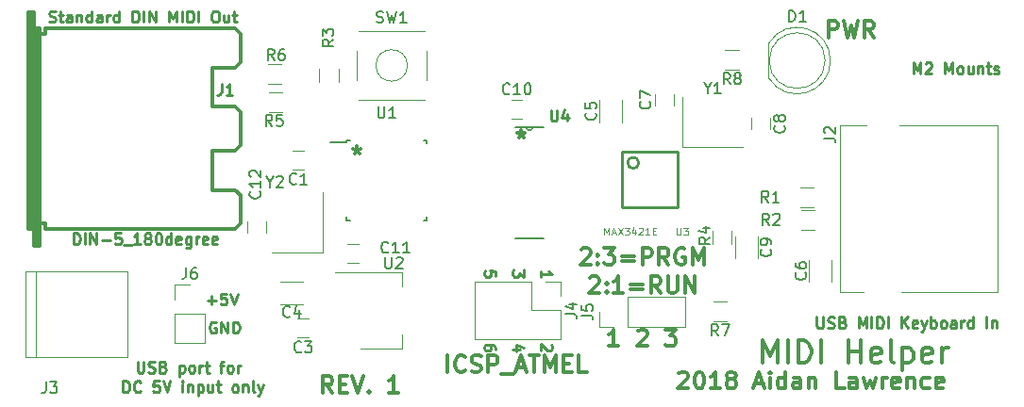
<source format=gbr>
%TF.GenerationSoftware,KiCad,Pcbnew,(5.0.0)*%
%TF.CreationDate,2018-10-21T12:48:55-07:00*%
%TF.ProjectId,USB_Host_Midi_Adapter,5553425F486F73745F4D6964695F4164,rev?*%
%TF.SameCoordinates,Original*%
%TF.FileFunction,Legend,Top*%
%TF.FilePolarity,Positive*%
%FSLAX46Y46*%
G04 Gerber Fmt 4.6, Leading zero omitted, Abs format (unit mm)*
G04 Created by KiCad (PCBNEW (5.0.0)) date 10/21/18 12:48:55*
%MOMM*%
%LPD*%
G01*
G04 APERTURE LIST*
%ADD10C,0.250000*%
%ADD11C,0.300000*%
%ADD12C,0.120000*%
%ADD13C,0.304800*%
%ADD14C,0.150000*%
%ADD15C,0.254000*%
%ADD16C,0.152400*%
%ADD17C,0.050000*%
G04 APERTURE END LIST*
D10*
X149034595Y-99830000D02*
X148939357Y-99782380D01*
X148796500Y-99782380D01*
X148653642Y-99830000D01*
X148558404Y-99925238D01*
X148510785Y-100020476D01*
X148463166Y-100210952D01*
X148463166Y-100353809D01*
X148510785Y-100544285D01*
X148558404Y-100639523D01*
X148653642Y-100734761D01*
X148796500Y-100782380D01*
X148891738Y-100782380D01*
X149034595Y-100734761D01*
X149082214Y-100687142D01*
X149082214Y-100353809D01*
X148891738Y-100353809D01*
X149510785Y-100782380D02*
X149510785Y-99782380D01*
X150082214Y-100782380D01*
X150082214Y-99782380D01*
X150558404Y-100782380D02*
X150558404Y-99782380D01*
X150796500Y-99782380D01*
X150939357Y-99830000D01*
X151034595Y-99925238D01*
X151082214Y-100020476D01*
X151129833Y-100210952D01*
X151129833Y-100353809D01*
X151082214Y-100544285D01*
X151034595Y-100639523D01*
X150939357Y-100734761D01*
X150796500Y-100782380D01*
X150558404Y-100782380D01*
X148256785Y-97861428D02*
X149018690Y-97861428D01*
X148637738Y-98242380D02*
X148637738Y-97480476D01*
X149971071Y-97242380D02*
X149494880Y-97242380D01*
X149447261Y-97718571D01*
X149494880Y-97670952D01*
X149590119Y-97623333D01*
X149828214Y-97623333D01*
X149923452Y-97670952D01*
X149971071Y-97718571D01*
X150018690Y-97813809D01*
X150018690Y-98051904D01*
X149971071Y-98147142D01*
X149923452Y-98194761D01*
X149828214Y-98242380D01*
X149590119Y-98242380D01*
X149494880Y-98194761D01*
X149447261Y-98147142D01*
X150304404Y-97242380D02*
X150637738Y-98242380D01*
X150971071Y-97242380D01*
D11*
X159488500Y-106152071D02*
X158988500Y-105437785D01*
X158631357Y-106152071D02*
X158631357Y-104652071D01*
X159202785Y-104652071D01*
X159345642Y-104723500D01*
X159417071Y-104794928D01*
X159488500Y-104937785D01*
X159488500Y-105152071D01*
X159417071Y-105294928D01*
X159345642Y-105366357D01*
X159202785Y-105437785D01*
X158631357Y-105437785D01*
X160131357Y-105366357D02*
X160631357Y-105366357D01*
X160845642Y-106152071D02*
X160131357Y-106152071D01*
X160131357Y-104652071D01*
X160845642Y-104652071D01*
X161274214Y-104652071D02*
X161774214Y-106152071D01*
X162274214Y-104652071D01*
X162774214Y-106009214D02*
X162845642Y-106080642D01*
X162774214Y-106152071D01*
X162702785Y-106080642D01*
X162774214Y-106009214D01*
X162774214Y-106152071D01*
X165417071Y-106152071D02*
X164559928Y-106152071D01*
X164988500Y-106152071D02*
X164988500Y-104652071D01*
X164845642Y-104866357D01*
X164702785Y-105009214D01*
X164559928Y-105080642D01*
X190545142Y-104413928D02*
X190616571Y-104342500D01*
X190759428Y-104271071D01*
X191116571Y-104271071D01*
X191259428Y-104342500D01*
X191330857Y-104413928D01*
X191402285Y-104556785D01*
X191402285Y-104699642D01*
X191330857Y-104913928D01*
X190473714Y-105771071D01*
X191402285Y-105771071D01*
X192330857Y-104271071D02*
X192473714Y-104271071D01*
X192616571Y-104342500D01*
X192688000Y-104413928D01*
X192759428Y-104556785D01*
X192830857Y-104842500D01*
X192830857Y-105199642D01*
X192759428Y-105485357D01*
X192688000Y-105628214D01*
X192616571Y-105699642D01*
X192473714Y-105771071D01*
X192330857Y-105771071D01*
X192188000Y-105699642D01*
X192116571Y-105628214D01*
X192045142Y-105485357D01*
X191973714Y-105199642D01*
X191973714Y-104842500D01*
X192045142Y-104556785D01*
X192116571Y-104413928D01*
X192188000Y-104342500D01*
X192330857Y-104271071D01*
X194259428Y-105771071D02*
X193402285Y-105771071D01*
X193830857Y-105771071D02*
X193830857Y-104271071D01*
X193688000Y-104485357D01*
X193545142Y-104628214D01*
X193402285Y-104699642D01*
X195116571Y-104913928D02*
X194973714Y-104842500D01*
X194902285Y-104771071D01*
X194830857Y-104628214D01*
X194830857Y-104556785D01*
X194902285Y-104413928D01*
X194973714Y-104342500D01*
X195116571Y-104271071D01*
X195402285Y-104271071D01*
X195545142Y-104342500D01*
X195616571Y-104413928D01*
X195688000Y-104556785D01*
X195688000Y-104628214D01*
X195616571Y-104771071D01*
X195545142Y-104842500D01*
X195402285Y-104913928D01*
X195116571Y-104913928D01*
X194973714Y-104985357D01*
X194902285Y-105056785D01*
X194830857Y-105199642D01*
X194830857Y-105485357D01*
X194902285Y-105628214D01*
X194973714Y-105699642D01*
X195116571Y-105771071D01*
X195402285Y-105771071D01*
X195545142Y-105699642D01*
X195616571Y-105628214D01*
X195688000Y-105485357D01*
X195688000Y-105199642D01*
X195616571Y-105056785D01*
X195545142Y-104985357D01*
X195402285Y-104913928D01*
X197402285Y-105342500D02*
X198116571Y-105342500D01*
X197259428Y-105771071D02*
X197759428Y-104271071D01*
X198259428Y-105771071D01*
X198759428Y-105771071D02*
X198759428Y-104771071D01*
X198759428Y-104271071D02*
X198688000Y-104342500D01*
X198759428Y-104413928D01*
X198830857Y-104342500D01*
X198759428Y-104271071D01*
X198759428Y-104413928D01*
X200116571Y-105771071D02*
X200116571Y-104271071D01*
X200116571Y-105699642D02*
X199973714Y-105771071D01*
X199688000Y-105771071D01*
X199545142Y-105699642D01*
X199473714Y-105628214D01*
X199402285Y-105485357D01*
X199402285Y-105056785D01*
X199473714Y-104913928D01*
X199545142Y-104842500D01*
X199688000Y-104771071D01*
X199973714Y-104771071D01*
X200116571Y-104842500D01*
X201473714Y-105771071D02*
X201473714Y-104985357D01*
X201402285Y-104842500D01*
X201259428Y-104771071D01*
X200973714Y-104771071D01*
X200830857Y-104842500D01*
X201473714Y-105699642D02*
X201330857Y-105771071D01*
X200973714Y-105771071D01*
X200830857Y-105699642D01*
X200759428Y-105556785D01*
X200759428Y-105413928D01*
X200830857Y-105271071D01*
X200973714Y-105199642D01*
X201330857Y-105199642D01*
X201473714Y-105128214D01*
X202188000Y-104771071D02*
X202188000Y-105771071D01*
X202188000Y-104913928D02*
X202259428Y-104842500D01*
X202402285Y-104771071D01*
X202616571Y-104771071D01*
X202759428Y-104842500D01*
X202830857Y-104985357D01*
X202830857Y-105771071D01*
X205402285Y-105771071D02*
X204688000Y-105771071D01*
X204688000Y-104271071D01*
X206545142Y-105771071D02*
X206545142Y-104985357D01*
X206473714Y-104842500D01*
X206330857Y-104771071D01*
X206045142Y-104771071D01*
X205902285Y-104842500D01*
X206545142Y-105699642D02*
X206402285Y-105771071D01*
X206045142Y-105771071D01*
X205902285Y-105699642D01*
X205830857Y-105556785D01*
X205830857Y-105413928D01*
X205902285Y-105271071D01*
X206045142Y-105199642D01*
X206402285Y-105199642D01*
X206545142Y-105128214D01*
X207116571Y-104771071D02*
X207402285Y-105771071D01*
X207688000Y-105056785D01*
X207973714Y-105771071D01*
X208259428Y-104771071D01*
X208830857Y-105771071D02*
X208830857Y-104771071D01*
X208830857Y-105056785D02*
X208902285Y-104913928D01*
X208973714Y-104842500D01*
X209116571Y-104771071D01*
X209259428Y-104771071D01*
X210330857Y-105699642D02*
X210188000Y-105771071D01*
X209902285Y-105771071D01*
X209759428Y-105699642D01*
X209688000Y-105556785D01*
X209688000Y-104985357D01*
X209759428Y-104842500D01*
X209902285Y-104771071D01*
X210188000Y-104771071D01*
X210330857Y-104842500D01*
X210402285Y-104985357D01*
X210402285Y-105128214D01*
X209688000Y-105271071D01*
X211045142Y-104771071D02*
X211045142Y-105771071D01*
X211045142Y-104913928D02*
X211116571Y-104842500D01*
X211259428Y-104771071D01*
X211473714Y-104771071D01*
X211616571Y-104842500D01*
X211688000Y-104985357D01*
X211688000Y-105771071D01*
X213045142Y-105699642D02*
X212902285Y-105771071D01*
X212616571Y-105771071D01*
X212473714Y-105699642D01*
X212402285Y-105628214D01*
X212330857Y-105485357D01*
X212330857Y-105056785D01*
X212402285Y-104913928D01*
X212473714Y-104842500D01*
X212616571Y-104771071D01*
X212902285Y-104771071D01*
X213045142Y-104842500D01*
X214259428Y-105699642D02*
X214116571Y-105771071D01*
X213830857Y-105771071D01*
X213688000Y-105699642D01*
X213616571Y-105556785D01*
X213616571Y-104985357D01*
X213688000Y-104842500D01*
X213830857Y-104771071D01*
X214116571Y-104771071D01*
X214259428Y-104842500D01*
X214330857Y-104985357D01*
X214330857Y-105128214D01*
X213616571Y-105271071D01*
X198057523Y-103457261D02*
X198057523Y-101457261D01*
X198724190Y-102885833D01*
X199390857Y-101457261D01*
X199390857Y-103457261D01*
X200343238Y-103457261D02*
X200343238Y-101457261D01*
X201295619Y-103457261D02*
X201295619Y-101457261D01*
X201771809Y-101457261D01*
X202057523Y-101552500D01*
X202248000Y-101742976D01*
X202343238Y-101933452D01*
X202438476Y-102314404D01*
X202438476Y-102600119D01*
X202343238Y-102981071D01*
X202248000Y-103171547D01*
X202057523Y-103362023D01*
X201771809Y-103457261D01*
X201295619Y-103457261D01*
X203295619Y-103457261D02*
X203295619Y-101457261D01*
X205771809Y-103457261D02*
X205771809Y-101457261D01*
X205771809Y-102409642D02*
X206914666Y-102409642D01*
X206914666Y-103457261D02*
X206914666Y-101457261D01*
X208628952Y-103362023D02*
X208438476Y-103457261D01*
X208057523Y-103457261D01*
X207867047Y-103362023D01*
X207771809Y-103171547D01*
X207771809Y-102409642D01*
X207867047Y-102219166D01*
X208057523Y-102123928D01*
X208438476Y-102123928D01*
X208628952Y-102219166D01*
X208724190Y-102409642D01*
X208724190Y-102600119D01*
X207771809Y-102790595D01*
X209867047Y-103457261D02*
X209676571Y-103362023D01*
X209581333Y-103171547D01*
X209581333Y-101457261D01*
X210628952Y-102123928D02*
X210628952Y-104123928D01*
X210628952Y-102219166D02*
X210819428Y-102123928D01*
X211200380Y-102123928D01*
X211390857Y-102219166D01*
X211486095Y-102314404D01*
X211581333Y-102504880D01*
X211581333Y-103076309D01*
X211486095Y-103266785D01*
X211390857Y-103362023D01*
X211200380Y-103457261D01*
X210819428Y-103457261D01*
X210628952Y-103362023D01*
X213200380Y-103362023D02*
X213009904Y-103457261D01*
X212628952Y-103457261D01*
X212438476Y-103362023D01*
X212343238Y-103171547D01*
X212343238Y-102409642D01*
X212438476Y-102219166D01*
X212628952Y-102123928D01*
X213009904Y-102123928D01*
X213200380Y-102219166D01*
X213295619Y-102409642D01*
X213295619Y-102600119D01*
X212343238Y-102790595D01*
X214152761Y-103457261D02*
X214152761Y-102123928D01*
X214152761Y-102504880D02*
X214248000Y-102314404D01*
X214343238Y-102219166D01*
X214533714Y-102123928D01*
X214724190Y-102123928D01*
X203994000Y-74211571D02*
X203994000Y-72711571D01*
X204565428Y-72711571D01*
X204708285Y-72783000D01*
X204779714Y-72854428D01*
X204851142Y-72997285D01*
X204851142Y-73211571D01*
X204779714Y-73354428D01*
X204708285Y-73425857D01*
X204565428Y-73497285D01*
X203994000Y-73497285D01*
X205351142Y-72711571D02*
X205708285Y-74211571D01*
X205994000Y-73140142D01*
X206279714Y-74211571D01*
X206636857Y-72711571D01*
X208065428Y-74211571D02*
X207565428Y-73497285D01*
X207208285Y-74211571D02*
X207208285Y-72711571D01*
X207779714Y-72711571D01*
X207922571Y-72783000D01*
X207994000Y-72854428D01*
X208065428Y-72997285D01*
X208065428Y-73211571D01*
X207994000Y-73354428D01*
X207922571Y-73425857D01*
X207779714Y-73497285D01*
X207208285Y-73497285D01*
D10*
X134073357Y-72794761D02*
X134216214Y-72842380D01*
X134454309Y-72842380D01*
X134549547Y-72794761D01*
X134597166Y-72747142D01*
X134644785Y-72651904D01*
X134644785Y-72556666D01*
X134597166Y-72461428D01*
X134549547Y-72413809D01*
X134454309Y-72366190D01*
X134263833Y-72318571D01*
X134168595Y-72270952D01*
X134120976Y-72223333D01*
X134073357Y-72128095D01*
X134073357Y-72032857D01*
X134120976Y-71937619D01*
X134168595Y-71890000D01*
X134263833Y-71842380D01*
X134501928Y-71842380D01*
X134644785Y-71890000D01*
X134930500Y-72175714D02*
X135311452Y-72175714D01*
X135073357Y-71842380D02*
X135073357Y-72699523D01*
X135120976Y-72794761D01*
X135216214Y-72842380D01*
X135311452Y-72842380D01*
X136073357Y-72842380D02*
X136073357Y-72318571D01*
X136025738Y-72223333D01*
X135930500Y-72175714D01*
X135740023Y-72175714D01*
X135644785Y-72223333D01*
X136073357Y-72794761D02*
X135978119Y-72842380D01*
X135740023Y-72842380D01*
X135644785Y-72794761D01*
X135597166Y-72699523D01*
X135597166Y-72604285D01*
X135644785Y-72509047D01*
X135740023Y-72461428D01*
X135978119Y-72461428D01*
X136073357Y-72413809D01*
X136549547Y-72175714D02*
X136549547Y-72842380D01*
X136549547Y-72270952D02*
X136597166Y-72223333D01*
X136692404Y-72175714D01*
X136835261Y-72175714D01*
X136930500Y-72223333D01*
X136978119Y-72318571D01*
X136978119Y-72842380D01*
X137882880Y-72842380D02*
X137882880Y-71842380D01*
X137882880Y-72794761D02*
X137787642Y-72842380D01*
X137597166Y-72842380D01*
X137501928Y-72794761D01*
X137454309Y-72747142D01*
X137406690Y-72651904D01*
X137406690Y-72366190D01*
X137454309Y-72270952D01*
X137501928Y-72223333D01*
X137597166Y-72175714D01*
X137787642Y-72175714D01*
X137882880Y-72223333D01*
X138787642Y-72842380D02*
X138787642Y-72318571D01*
X138740023Y-72223333D01*
X138644785Y-72175714D01*
X138454309Y-72175714D01*
X138359071Y-72223333D01*
X138787642Y-72794761D02*
X138692404Y-72842380D01*
X138454309Y-72842380D01*
X138359071Y-72794761D01*
X138311452Y-72699523D01*
X138311452Y-72604285D01*
X138359071Y-72509047D01*
X138454309Y-72461428D01*
X138692404Y-72461428D01*
X138787642Y-72413809D01*
X139263833Y-72842380D02*
X139263833Y-72175714D01*
X139263833Y-72366190D02*
X139311452Y-72270952D01*
X139359071Y-72223333D01*
X139454309Y-72175714D01*
X139549547Y-72175714D01*
X140311452Y-72842380D02*
X140311452Y-71842380D01*
X140311452Y-72794761D02*
X140216214Y-72842380D01*
X140025738Y-72842380D01*
X139930500Y-72794761D01*
X139882880Y-72747142D01*
X139835261Y-72651904D01*
X139835261Y-72366190D01*
X139882880Y-72270952D01*
X139930500Y-72223333D01*
X140025738Y-72175714D01*
X140216214Y-72175714D01*
X140311452Y-72223333D01*
X141549547Y-72842380D02*
X141549547Y-71842380D01*
X141787642Y-71842380D01*
X141930500Y-71890000D01*
X142025738Y-71985238D01*
X142073357Y-72080476D01*
X142120976Y-72270952D01*
X142120976Y-72413809D01*
X142073357Y-72604285D01*
X142025738Y-72699523D01*
X141930500Y-72794761D01*
X141787642Y-72842380D01*
X141549547Y-72842380D01*
X142549547Y-72842380D02*
X142549547Y-71842380D01*
X143025738Y-72842380D02*
X143025738Y-71842380D01*
X143597166Y-72842380D01*
X143597166Y-71842380D01*
X144835261Y-72842380D02*
X144835261Y-71842380D01*
X145168595Y-72556666D01*
X145501928Y-71842380D01*
X145501928Y-72842380D01*
X145978119Y-72842380D02*
X145978119Y-71842380D01*
X146454309Y-72842380D02*
X146454309Y-71842380D01*
X146692404Y-71842380D01*
X146835261Y-71890000D01*
X146930500Y-71985238D01*
X146978119Y-72080476D01*
X147025738Y-72270952D01*
X147025738Y-72413809D01*
X146978119Y-72604285D01*
X146930500Y-72699523D01*
X146835261Y-72794761D01*
X146692404Y-72842380D01*
X146454309Y-72842380D01*
X147454309Y-72842380D02*
X147454309Y-71842380D01*
X148882880Y-71842380D02*
X149073357Y-71842380D01*
X149168595Y-71890000D01*
X149263833Y-71985238D01*
X149311452Y-72175714D01*
X149311452Y-72509047D01*
X149263833Y-72699523D01*
X149168595Y-72794761D01*
X149073357Y-72842380D01*
X148882880Y-72842380D01*
X148787642Y-72794761D01*
X148692404Y-72699523D01*
X148644785Y-72509047D01*
X148644785Y-72175714D01*
X148692404Y-71985238D01*
X148787642Y-71890000D01*
X148882880Y-71842380D01*
X150168595Y-72175714D02*
X150168595Y-72842380D01*
X149740023Y-72175714D02*
X149740023Y-72699523D01*
X149787642Y-72794761D01*
X149882880Y-72842380D01*
X150025738Y-72842380D01*
X150120976Y-72794761D01*
X150168595Y-72747142D01*
X150501928Y-72175714D02*
X150882880Y-72175714D01*
X150644785Y-71842380D02*
X150644785Y-72699523D01*
X150692404Y-72794761D01*
X150787642Y-72842380D01*
X150882880Y-72842380D01*
X202939071Y-99337880D02*
X202939071Y-100147404D01*
X202986690Y-100242642D01*
X203034309Y-100290261D01*
X203129547Y-100337880D01*
X203320023Y-100337880D01*
X203415261Y-100290261D01*
X203462880Y-100242642D01*
X203510500Y-100147404D01*
X203510500Y-99337880D01*
X203939071Y-100290261D02*
X204081928Y-100337880D01*
X204320023Y-100337880D01*
X204415261Y-100290261D01*
X204462880Y-100242642D01*
X204510500Y-100147404D01*
X204510500Y-100052166D01*
X204462880Y-99956928D01*
X204415261Y-99909309D01*
X204320023Y-99861690D01*
X204129547Y-99814071D01*
X204034309Y-99766452D01*
X203986690Y-99718833D01*
X203939071Y-99623595D01*
X203939071Y-99528357D01*
X203986690Y-99433119D01*
X204034309Y-99385500D01*
X204129547Y-99337880D01*
X204367642Y-99337880D01*
X204510500Y-99385500D01*
X205272404Y-99814071D02*
X205415261Y-99861690D01*
X205462880Y-99909309D01*
X205510500Y-100004547D01*
X205510500Y-100147404D01*
X205462880Y-100242642D01*
X205415261Y-100290261D01*
X205320023Y-100337880D01*
X204939071Y-100337880D01*
X204939071Y-99337880D01*
X205272404Y-99337880D01*
X205367642Y-99385500D01*
X205415261Y-99433119D01*
X205462880Y-99528357D01*
X205462880Y-99623595D01*
X205415261Y-99718833D01*
X205367642Y-99766452D01*
X205272404Y-99814071D01*
X204939071Y-99814071D01*
X206700976Y-100337880D02*
X206700976Y-99337880D01*
X207034309Y-100052166D01*
X207367642Y-99337880D01*
X207367642Y-100337880D01*
X207843833Y-100337880D02*
X207843833Y-99337880D01*
X208320023Y-100337880D02*
X208320023Y-99337880D01*
X208558119Y-99337880D01*
X208700976Y-99385500D01*
X208796214Y-99480738D01*
X208843833Y-99575976D01*
X208891452Y-99766452D01*
X208891452Y-99909309D01*
X208843833Y-100099785D01*
X208796214Y-100195023D01*
X208700976Y-100290261D01*
X208558119Y-100337880D01*
X208320023Y-100337880D01*
X209320023Y-100337880D02*
X209320023Y-99337880D01*
X210558119Y-100337880D02*
X210558119Y-99337880D01*
X211129547Y-100337880D02*
X210700976Y-99766452D01*
X211129547Y-99337880D02*
X210558119Y-99909309D01*
X211939071Y-100290261D02*
X211843833Y-100337880D01*
X211653357Y-100337880D01*
X211558119Y-100290261D01*
X211510500Y-100195023D01*
X211510500Y-99814071D01*
X211558119Y-99718833D01*
X211653357Y-99671214D01*
X211843833Y-99671214D01*
X211939071Y-99718833D01*
X211986690Y-99814071D01*
X211986690Y-99909309D01*
X211510500Y-100004547D01*
X212320023Y-99671214D02*
X212558119Y-100337880D01*
X212796214Y-99671214D02*
X212558119Y-100337880D01*
X212462880Y-100575976D01*
X212415261Y-100623595D01*
X212320023Y-100671214D01*
X213177166Y-100337880D02*
X213177166Y-99337880D01*
X213177166Y-99718833D02*
X213272404Y-99671214D01*
X213462880Y-99671214D01*
X213558119Y-99718833D01*
X213605738Y-99766452D01*
X213653357Y-99861690D01*
X213653357Y-100147404D01*
X213605738Y-100242642D01*
X213558119Y-100290261D01*
X213462880Y-100337880D01*
X213272404Y-100337880D01*
X213177166Y-100290261D01*
X214224785Y-100337880D02*
X214129547Y-100290261D01*
X214081928Y-100242642D01*
X214034309Y-100147404D01*
X214034309Y-99861690D01*
X214081928Y-99766452D01*
X214129547Y-99718833D01*
X214224785Y-99671214D01*
X214367642Y-99671214D01*
X214462880Y-99718833D01*
X214510500Y-99766452D01*
X214558119Y-99861690D01*
X214558119Y-100147404D01*
X214510500Y-100242642D01*
X214462880Y-100290261D01*
X214367642Y-100337880D01*
X214224785Y-100337880D01*
X215415261Y-100337880D02*
X215415261Y-99814071D01*
X215367642Y-99718833D01*
X215272404Y-99671214D01*
X215081928Y-99671214D01*
X214986690Y-99718833D01*
X215415261Y-100290261D02*
X215320023Y-100337880D01*
X215081928Y-100337880D01*
X214986690Y-100290261D01*
X214939071Y-100195023D01*
X214939071Y-100099785D01*
X214986690Y-100004547D01*
X215081928Y-99956928D01*
X215320023Y-99956928D01*
X215415261Y-99909309D01*
X215891452Y-100337880D02*
X215891452Y-99671214D01*
X215891452Y-99861690D02*
X215939071Y-99766452D01*
X215986690Y-99718833D01*
X216081928Y-99671214D01*
X216177166Y-99671214D01*
X216939071Y-100337880D02*
X216939071Y-99337880D01*
X216939071Y-100290261D02*
X216843833Y-100337880D01*
X216653357Y-100337880D01*
X216558119Y-100290261D01*
X216510500Y-100242642D01*
X216462880Y-100147404D01*
X216462880Y-99861690D01*
X216510500Y-99766452D01*
X216558119Y-99718833D01*
X216653357Y-99671214D01*
X216843833Y-99671214D01*
X216939071Y-99718833D01*
X218177166Y-100337880D02*
X218177166Y-99337880D01*
X218653357Y-99671214D02*
X218653357Y-100337880D01*
X218653357Y-99766452D02*
X218700976Y-99718833D01*
X218796214Y-99671214D01*
X218939071Y-99671214D01*
X219034309Y-99718833D01*
X219081928Y-99814071D01*
X219081928Y-100337880D01*
X141986619Y-103352380D02*
X141986619Y-104161904D01*
X142034238Y-104257142D01*
X142081857Y-104304761D01*
X142177095Y-104352380D01*
X142367571Y-104352380D01*
X142462809Y-104304761D01*
X142510428Y-104257142D01*
X142558047Y-104161904D01*
X142558047Y-103352380D01*
X142986619Y-104304761D02*
X143129476Y-104352380D01*
X143367571Y-104352380D01*
X143462809Y-104304761D01*
X143510428Y-104257142D01*
X143558047Y-104161904D01*
X143558047Y-104066666D01*
X143510428Y-103971428D01*
X143462809Y-103923809D01*
X143367571Y-103876190D01*
X143177095Y-103828571D01*
X143081857Y-103780952D01*
X143034238Y-103733333D01*
X142986619Y-103638095D01*
X142986619Y-103542857D01*
X143034238Y-103447619D01*
X143081857Y-103400000D01*
X143177095Y-103352380D01*
X143415190Y-103352380D01*
X143558047Y-103400000D01*
X144319952Y-103828571D02*
X144462809Y-103876190D01*
X144510428Y-103923809D01*
X144558047Y-104019047D01*
X144558047Y-104161904D01*
X144510428Y-104257142D01*
X144462809Y-104304761D01*
X144367571Y-104352380D01*
X143986619Y-104352380D01*
X143986619Y-103352380D01*
X144319952Y-103352380D01*
X144415190Y-103400000D01*
X144462809Y-103447619D01*
X144510428Y-103542857D01*
X144510428Y-103638095D01*
X144462809Y-103733333D01*
X144415190Y-103780952D01*
X144319952Y-103828571D01*
X143986619Y-103828571D01*
X145748523Y-103685714D02*
X145748523Y-104685714D01*
X145748523Y-103733333D02*
X145843761Y-103685714D01*
X146034238Y-103685714D01*
X146129476Y-103733333D01*
X146177095Y-103780952D01*
X146224714Y-103876190D01*
X146224714Y-104161904D01*
X146177095Y-104257142D01*
X146129476Y-104304761D01*
X146034238Y-104352380D01*
X145843761Y-104352380D01*
X145748523Y-104304761D01*
X146796142Y-104352380D02*
X146700904Y-104304761D01*
X146653285Y-104257142D01*
X146605666Y-104161904D01*
X146605666Y-103876190D01*
X146653285Y-103780952D01*
X146700904Y-103733333D01*
X146796142Y-103685714D01*
X146939000Y-103685714D01*
X147034238Y-103733333D01*
X147081857Y-103780952D01*
X147129476Y-103876190D01*
X147129476Y-104161904D01*
X147081857Y-104257142D01*
X147034238Y-104304761D01*
X146939000Y-104352380D01*
X146796142Y-104352380D01*
X147558047Y-104352380D02*
X147558047Y-103685714D01*
X147558047Y-103876190D02*
X147605666Y-103780952D01*
X147653285Y-103733333D01*
X147748523Y-103685714D01*
X147843761Y-103685714D01*
X148034238Y-103685714D02*
X148415190Y-103685714D01*
X148177095Y-103352380D02*
X148177095Y-104209523D01*
X148224714Y-104304761D01*
X148319952Y-104352380D01*
X148415190Y-104352380D01*
X149367571Y-103685714D02*
X149748523Y-103685714D01*
X149510428Y-104352380D02*
X149510428Y-103495238D01*
X149558047Y-103400000D01*
X149653285Y-103352380D01*
X149748523Y-103352380D01*
X150224714Y-104352380D02*
X150129476Y-104304761D01*
X150081857Y-104257142D01*
X150034238Y-104161904D01*
X150034238Y-103876190D01*
X150081857Y-103780952D01*
X150129476Y-103733333D01*
X150224714Y-103685714D01*
X150367571Y-103685714D01*
X150462809Y-103733333D01*
X150510428Y-103780952D01*
X150558047Y-103876190D01*
X150558047Y-104161904D01*
X150510428Y-104257142D01*
X150462809Y-104304761D01*
X150367571Y-104352380D01*
X150224714Y-104352380D01*
X150986619Y-104352380D02*
X150986619Y-103685714D01*
X150986619Y-103876190D02*
X151034238Y-103780952D01*
X151081857Y-103733333D01*
X151177095Y-103685714D01*
X151272333Y-103685714D01*
X140700904Y-106102380D02*
X140700904Y-105102380D01*
X140939000Y-105102380D01*
X141081857Y-105150000D01*
X141177095Y-105245238D01*
X141224714Y-105340476D01*
X141272333Y-105530952D01*
X141272333Y-105673809D01*
X141224714Y-105864285D01*
X141177095Y-105959523D01*
X141081857Y-106054761D01*
X140939000Y-106102380D01*
X140700904Y-106102380D01*
X142272333Y-106007142D02*
X142224714Y-106054761D01*
X142081857Y-106102380D01*
X141986619Y-106102380D01*
X141843761Y-106054761D01*
X141748523Y-105959523D01*
X141700904Y-105864285D01*
X141653285Y-105673809D01*
X141653285Y-105530952D01*
X141700904Y-105340476D01*
X141748523Y-105245238D01*
X141843761Y-105150000D01*
X141986619Y-105102380D01*
X142081857Y-105102380D01*
X142224714Y-105150000D01*
X142272333Y-105197619D01*
X143939000Y-105102380D02*
X143462809Y-105102380D01*
X143415190Y-105578571D01*
X143462809Y-105530952D01*
X143558047Y-105483333D01*
X143796142Y-105483333D01*
X143891380Y-105530952D01*
X143939000Y-105578571D01*
X143986619Y-105673809D01*
X143986619Y-105911904D01*
X143939000Y-106007142D01*
X143891380Y-106054761D01*
X143796142Y-106102380D01*
X143558047Y-106102380D01*
X143462809Y-106054761D01*
X143415190Y-106007142D01*
X144272333Y-105102380D02*
X144605666Y-106102380D01*
X144939000Y-105102380D01*
X146034238Y-106102380D02*
X146034238Y-105435714D01*
X146034238Y-105102380D02*
X145986619Y-105150000D01*
X146034238Y-105197619D01*
X146081857Y-105150000D01*
X146034238Y-105102380D01*
X146034238Y-105197619D01*
X146510428Y-105435714D02*
X146510428Y-106102380D01*
X146510428Y-105530952D02*
X146558047Y-105483333D01*
X146653285Y-105435714D01*
X146796142Y-105435714D01*
X146891380Y-105483333D01*
X146939000Y-105578571D01*
X146939000Y-106102380D01*
X147415190Y-105435714D02*
X147415190Y-106435714D01*
X147415190Y-105483333D02*
X147510428Y-105435714D01*
X147700904Y-105435714D01*
X147796142Y-105483333D01*
X147843761Y-105530952D01*
X147891380Y-105626190D01*
X147891380Y-105911904D01*
X147843761Y-106007142D01*
X147796142Y-106054761D01*
X147700904Y-106102380D01*
X147510428Y-106102380D01*
X147415190Y-106054761D01*
X148748523Y-105435714D02*
X148748523Y-106102380D01*
X148319952Y-105435714D02*
X148319952Y-105959523D01*
X148367571Y-106054761D01*
X148462809Y-106102380D01*
X148605666Y-106102380D01*
X148700904Y-106054761D01*
X148748523Y-106007142D01*
X149081857Y-105435714D02*
X149462809Y-105435714D01*
X149224714Y-105102380D02*
X149224714Y-105959523D01*
X149272333Y-106054761D01*
X149367571Y-106102380D01*
X149462809Y-106102380D01*
X150700904Y-106102380D02*
X150605666Y-106054761D01*
X150558047Y-106007142D01*
X150510428Y-105911904D01*
X150510428Y-105626190D01*
X150558047Y-105530952D01*
X150605666Y-105483333D01*
X150700904Y-105435714D01*
X150843761Y-105435714D01*
X150939000Y-105483333D01*
X150986619Y-105530952D01*
X151034238Y-105626190D01*
X151034238Y-105911904D01*
X150986619Y-106007142D01*
X150939000Y-106054761D01*
X150843761Y-106102380D01*
X150700904Y-106102380D01*
X151462809Y-105435714D02*
X151462809Y-106102380D01*
X151462809Y-105530952D02*
X151510428Y-105483333D01*
X151605666Y-105435714D01*
X151748523Y-105435714D01*
X151843761Y-105483333D01*
X151891380Y-105578571D01*
X151891380Y-106102380D01*
X152510428Y-106102380D02*
X152415190Y-106054761D01*
X152367571Y-105959523D01*
X152367571Y-105102380D01*
X152796142Y-105435714D02*
X153034238Y-106102380D01*
X153272333Y-105435714D02*
X153034238Y-106102380D01*
X152939000Y-106340476D01*
X152891380Y-106388095D01*
X152796142Y-106435714D01*
D11*
X169815642Y-104310571D02*
X169815642Y-102810571D01*
X171387071Y-104167714D02*
X171315642Y-104239142D01*
X171101357Y-104310571D01*
X170958500Y-104310571D01*
X170744214Y-104239142D01*
X170601357Y-104096285D01*
X170529928Y-103953428D01*
X170458500Y-103667714D01*
X170458500Y-103453428D01*
X170529928Y-103167714D01*
X170601357Y-103024857D01*
X170744214Y-102882000D01*
X170958500Y-102810571D01*
X171101357Y-102810571D01*
X171315642Y-102882000D01*
X171387071Y-102953428D01*
X171958500Y-104239142D02*
X172172785Y-104310571D01*
X172529928Y-104310571D01*
X172672785Y-104239142D01*
X172744214Y-104167714D01*
X172815642Y-104024857D01*
X172815642Y-103882000D01*
X172744214Y-103739142D01*
X172672785Y-103667714D01*
X172529928Y-103596285D01*
X172244214Y-103524857D01*
X172101357Y-103453428D01*
X172029928Y-103382000D01*
X171958500Y-103239142D01*
X171958500Y-103096285D01*
X172029928Y-102953428D01*
X172101357Y-102882000D01*
X172244214Y-102810571D01*
X172601357Y-102810571D01*
X172815642Y-102882000D01*
X173458500Y-104310571D02*
X173458500Y-102810571D01*
X174029928Y-102810571D01*
X174172785Y-102882000D01*
X174244214Y-102953428D01*
X174315642Y-103096285D01*
X174315642Y-103310571D01*
X174244214Y-103453428D01*
X174172785Y-103524857D01*
X174029928Y-103596285D01*
X173458500Y-103596285D01*
X174601357Y-104453428D02*
X175744214Y-104453428D01*
X176029928Y-103882000D02*
X176744214Y-103882000D01*
X175887071Y-104310571D02*
X176387071Y-102810571D01*
X176887071Y-104310571D01*
X177172785Y-102810571D02*
X178029928Y-102810571D01*
X177601357Y-104310571D02*
X177601357Y-102810571D01*
X178529928Y-104310571D02*
X178529928Y-102810571D01*
X179029928Y-103882000D01*
X179529928Y-102810571D01*
X179529928Y-104310571D01*
X180244214Y-103524857D02*
X180744214Y-103524857D01*
X180958500Y-104310571D02*
X180244214Y-104310571D01*
X180244214Y-102810571D01*
X180958500Y-102810571D01*
X182315642Y-104310571D02*
X181601357Y-104310571D01*
X181601357Y-102810571D01*
D10*
X174093119Y-95678595D02*
X174093119Y-95202404D01*
X173616928Y-95154785D01*
X173664547Y-95202404D01*
X173712166Y-95297642D01*
X173712166Y-95535738D01*
X173664547Y-95630976D01*
X173616928Y-95678595D01*
X173521690Y-95726214D01*
X173283595Y-95726214D01*
X173188357Y-95678595D01*
X173140738Y-95630976D01*
X173093119Y-95535738D01*
X173093119Y-95297642D01*
X173140738Y-95202404D01*
X173188357Y-95154785D01*
X176633119Y-95107166D02*
X176633119Y-95726214D01*
X176252166Y-95392880D01*
X176252166Y-95535738D01*
X176204547Y-95630976D01*
X176156928Y-95678595D01*
X176061690Y-95726214D01*
X175823595Y-95726214D01*
X175728357Y-95678595D01*
X175680738Y-95630976D01*
X175633119Y-95535738D01*
X175633119Y-95250023D01*
X175680738Y-95154785D01*
X175728357Y-95107166D01*
X174093119Y-102298476D02*
X174093119Y-102108000D01*
X174045500Y-102012761D01*
X173997880Y-101965142D01*
X173855023Y-101869904D01*
X173664547Y-101822285D01*
X173283595Y-101822285D01*
X173188357Y-101869904D01*
X173140738Y-101917523D01*
X173093119Y-102012761D01*
X173093119Y-102203238D01*
X173140738Y-102298476D01*
X173188357Y-102346095D01*
X173283595Y-102393714D01*
X173521690Y-102393714D01*
X173616928Y-102346095D01*
X173664547Y-102298476D01*
X173712166Y-102203238D01*
X173712166Y-102012761D01*
X173664547Y-101917523D01*
X173616928Y-101869904D01*
X173521690Y-101822285D01*
X176299785Y-102298476D02*
X175633119Y-102298476D01*
X176680738Y-102060380D02*
X175966452Y-101822285D01*
X175966452Y-102441333D01*
X179077880Y-101822285D02*
X179125500Y-101869904D01*
X179173119Y-101965142D01*
X179173119Y-102203238D01*
X179125500Y-102298476D01*
X179077880Y-102346095D01*
X178982642Y-102393714D01*
X178887404Y-102393714D01*
X178744547Y-102346095D01*
X178173119Y-101774666D01*
X178173119Y-102393714D01*
X178173119Y-95789714D02*
X178173119Y-95218285D01*
X178173119Y-95504000D02*
X179173119Y-95504000D01*
X179030261Y-95408761D01*
X178935023Y-95313523D01*
X178887404Y-95218285D01*
D11*
X189365000Y-100461071D02*
X190293571Y-100461071D01*
X189793571Y-101032500D01*
X190007857Y-101032500D01*
X190150714Y-101103928D01*
X190222142Y-101175357D01*
X190293571Y-101318214D01*
X190293571Y-101675357D01*
X190222142Y-101818214D01*
X190150714Y-101889642D01*
X190007857Y-101961071D01*
X189579285Y-101961071D01*
X189436428Y-101889642D01*
X189365000Y-101818214D01*
X186896428Y-100603928D02*
X186967857Y-100532500D01*
X187110714Y-100461071D01*
X187467857Y-100461071D01*
X187610714Y-100532500D01*
X187682142Y-100603928D01*
X187753571Y-100746785D01*
X187753571Y-100889642D01*
X187682142Y-101103928D01*
X186825000Y-101961071D01*
X187753571Y-101961071D01*
X185150071Y-101961071D02*
X184292928Y-101961071D01*
X184721500Y-101961071D02*
X184721500Y-100461071D01*
X184578642Y-100675357D01*
X184435785Y-100818214D01*
X184292928Y-100889642D01*
X181789285Y-93296428D02*
X181860714Y-93225000D01*
X182003571Y-93153571D01*
X182360714Y-93153571D01*
X182503571Y-93225000D01*
X182575000Y-93296428D01*
X182646428Y-93439285D01*
X182646428Y-93582142D01*
X182575000Y-93796428D01*
X181717857Y-94653571D01*
X182646428Y-94653571D01*
X183289285Y-94510714D02*
X183360714Y-94582142D01*
X183289285Y-94653571D01*
X183217857Y-94582142D01*
X183289285Y-94510714D01*
X183289285Y-94653571D01*
X183289285Y-93725000D02*
X183360714Y-93796428D01*
X183289285Y-93867857D01*
X183217857Y-93796428D01*
X183289285Y-93725000D01*
X183289285Y-93867857D01*
X183860714Y-93153571D02*
X184789285Y-93153571D01*
X184289285Y-93725000D01*
X184503571Y-93725000D01*
X184646428Y-93796428D01*
X184717857Y-93867857D01*
X184789285Y-94010714D01*
X184789285Y-94367857D01*
X184717857Y-94510714D01*
X184646428Y-94582142D01*
X184503571Y-94653571D01*
X184075000Y-94653571D01*
X183932142Y-94582142D01*
X183860714Y-94510714D01*
X185432142Y-93867857D02*
X186575000Y-93867857D01*
X186575000Y-94296428D02*
X185432142Y-94296428D01*
X187289285Y-94653571D02*
X187289285Y-93153571D01*
X187860714Y-93153571D01*
X188003571Y-93225000D01*
X188075000Y-93296428D01*
X188146428Y-93439285D01*
X188146428Y-93653571D01*
X188075000Y-93796428D01*
X188003571Y-93867857D01*
X187860714Y-93939285D01*
X187289285Y-93939285D01*
X189646428Y-94653571D02*
X189146428Y-93939285D01*
X188789285Y-94653571D02*
X188789285Y-93153571D01*
X189360714Y-93153571D01*
X189503571Y-93225000D01*
X189575000Y-93296428D01*
X189646428Y-93439285D01*
X189646428Y-93653571D01*
X189575000Y-93796428D01*
X189503571Y-93867857D01*
X189360714Y-93939285D01*
X188789285Y-93939285D01*
X191075000Y-93225000D02*
X190932142Y-93153571D01*
X190717857Y-93153571D01*
X190503571Y-93225000D01*
X190360714Y-93367857D01*
X190289285Y-93510714D01*
X190217857Y-93796428D01*
X190217857Y-94010714D01*
X190289285Y-94296428D01*
X190360714Y-94439285D01*
X190503571Y-94582142D01*
X190717857Y-94653571D01*
X190860714Y-94653571D01*
X191075000Y-94582142D01*
X191146428Y-94510714D01*
X191146428Y-94010714D01*
X190860714Y-94010714D01*
X191789285Y-94653571D02*
X191789285Y-93153571D01*
X192289285Y-94225000D01*
X192789285Y-93153571D01*
X192789285Y-94653571D01*
X182575000Y-95846428D02*
X182646428Y-95775000D01*
X182789285Y-95703571D01*
X183146428Y-95703571D01*
X183289285Y-95775000D01*
X183360714Y-95846428D01*
X183432142Y-95989285D01*
X183432142Y-96132142D01*
X183360714Y-96346428D01*
X182503571Y-97203571D01*
X183432142Y-97203571D01*
X184075000Y-97060714D02*
X184146428Y-97132142D01*
X184075000Y-97203571D01*
X184003571Y-97132142D01*
X184075000Y-97060714D01*
X184075000Y-97203571D01*
X184075000Y-96275000D02*
X184146428Y-96346428D01*
X184075000Y-96417857D01*
X184003571Y-96346428D01*
X184075000Y-96275000D01*
X184075000Y-96417857D01*
X185575000Y-97203571D02*
X184717857Y-97203571D01*
X185146428Y-97203571D02*
X185146428Y-95703571D01*
X185003571Y-95917857D01*
X184860714Y-96060714D01*
X184717857Y-96132142D01*
X186217857Y-96417857D02*
X187360714Y-96417857D01*
X187360714Y-96846428D02*
X186217857Y-96846428D01*
X188932142Y-97203571D02*
X188432142Y-96489285D01*
X188075000Y-97203571D02*
X188075000Y-95703571D01*
X188646428Y-95703571D01*
X188789285Y-95775000D01*
X188860714Y-95846428D01*
X188932142Y-95989285D01*
X188932142Y-96203571D01*
X188860714Y-96346428D01*
X188789285Y-96417857D01*
X188646428Y-96489285D01*
X188075000Y-96489285D01*
X189575000Y-95703571D02*
X189575000Y-96917857D01*
X189646428Y-97060714D01*
X189717857Y-97132142D01*
X189860714Y-97203571D01*
X190146428Y-97203571D01*
X190289285Y-97132142D01*
X190360714Y-97060714D01*
X190432142Y-96917857D01*
X190432142Y-95703571D01*
X191146428Y-97203571D02*
X191146428Y-95703571D01*
X192003571Y-97203571D01*
X192003571Y-95703571D01*
X176403000Y-82554071D02*
X176403000Y-82911214D01*
X176045857Y-82768357D02*
X176403000Y-82911214D01*
X176760142Y-82768357D01*
X176188714Y-83196928D02*
X176403000Y-82911214D01*
X176617285Y-83196928D01*
X161671000Y-84014571D02*
X161671000Y-84371714D01*
X161313857Y-84228857D02*
X161671000Y-84371714D01*
X162028142Y-84228857D01*
X161456714Y-84657428D02*
X161671000Y-84371714D01*
X161885285Y-84657428D01*
D10*
X211582476Y-77477880D02*
X211582476Y-76477880D01*
X211915809Y-77192166D01*
X212249142Y-76477880D01*
X212249142Y-77477880D01*
X212677714Y-76573119D02*
X212725333Y-76525500D01*
X212820571Y-76477880D01*
X213058666Y-76477880D01*
X213153904Y-76525500D01*
X213201523Y-76573119D01*
X213249142Y-76668357D01*
X213249142Y-76763595D01*
X213201523Y-76906452D01*
X212630095Y-77477880D01*
X213249142Y-77477880D01*
X214439619Y-77477880D02*
X214439619Y-76477880D01*
X214772952Y-77192166D01*
X215106285Y-76477880D01*
X215106285Y-77477880D01*
X215725333Y-77477880D02*
X215630095Y-77430261D01*
X215582476Y-77382642D01*
X215534857Y-77287404D01*
X215534857Y-77001690D01*
X215582476Y-76906452D01*
X215630095Y-76858833D01*
X215725333Y-76811214D01*
X215868190Y-76811214D01*
X215963428Y-76858833D01*
X216011047Y-76906452D01*
X216058666Y-77001690D01*
X216058666Y-77287404D01*
X216011047Y-77382642D01*
X215963428Y-77430261D01*
X215868190Y-77477880D01*
X215725333Y-77477880D01*
X216915809Y-76811214D02*
X216915809Y-77477880D01*
X216487238Y-76811214D02*
X216487238Y-77335023D01*
X216534857Y-77430261D01*
X216630095Y-77477880D01*
X216772952Y-77477880D01*
X216868190Y-77430261D01*
X216915809Y-77382642D01*
X217392000Y-76811214D02*
X217392000Y-77477880D01*
X217392000Y-76906452D02*
X217439619Y-76858833D01*
X217534857Y-76811214D01*
X217677714Y-76811214D01*
X217772952Y-76858833D01*
X217820571Y-76954071D01*
X217820571Y-77477880D01*
X218153904Y-76811214D02*
X218534857Y-76811214D01*
X218296761Y-76477880D02*
X218296761Y-77335023D01*
X218344380Y-77430261D01*
X218439619Y-77477880D01*
X218534857Y-77477880D01*
X218820571Y-77430261D02*
X218915809Y-77477880D01*
X219106285Y-77477880D01*
X219201523Y-77430261D01*
X219249142Y-77335023D01*
X219249142Y-77287404D01*
X219201523Y-77192166D01*
X219106285Y-77144547D01*
X218963428Y-77144547D01*
X218868190Y-77096928D01*
X218820571Y-77001690D01*
X218820571Y-76954071D01*
X218868190Y-76858833D01*
X218963428Y-76811214D01*
X219106285Y-76811214D01*
X219201523Y-76858833D01*
D12*
X156900500Y-84367000D02*
X155900500Y-84367000D01*
X155900500Y-86067000D02*
X156900500Y-86067000D01*
X156345000Y-101180000D02*
X157345000Y-101180000D01*
X157345000Y-99480000D02*
X156345000Y-99480000D01*
X156829000Y-96135000D02*
X154829000Y-96135000D01*
X154829000Y-98175000D02*
X156829000Y-98175000D01*
X183447500Y-79835500D02*
X183447500Y-81835500D01*
X185487500Y-81835500D02*
X185487500Y-79835500D01*
X202243500Y-94186500D02*
X202243500Y-96186500D01*
X204283500Y-96186500D02*
X204283500Y-94186500D01*
X190143500Y-80319500D02*
X190143500Y-79319500D01*
X188443500Y-79319500D02*
X188443500Y-80319500D01*
X197016000Y-81415000D02*
X197016000Y-82415000D01*
X198716000Y-82415000D02*
X198716000Y-81415000D01*
X195639500Y-92091000D02*
X195639500Y-94091000D01*
X197679500Y-94091000D02*
X197679500Y-92091000D01*
X175522000Y-81495000D02*
X176522000Y-81495000D01*
X176522000Y-79795000D02*
X175522000Y-79795000D01*
X161853500Y-92749000D02*
X160853500Y-92749000D01*
X160853500Y-94449000D02*
X161853500Y-94449000D01*
X151804000Y-90787600D02*
X151804000Y-91787600D01*
X153504000Y-91787600D02*
X153504000Y-90787600D01*
D13*
X132981700Y-73423780D02*
X132981700Y-92923360D01*
X132732780Y-91422220D02*
X132732780Y-73423780D01*
X132481320Y-71922640D02*
X132481320Y-91422220D01*
X150731220Y-73423780D02*
X133731000Y-73423780D01*
X150731220Y-73423780D02*
X151231600Y-73924160D01*
X151231600Y-73924160D02*
X151231600Y-76423520D01*
X151231600Y-76423520D02*
X150731220Y-76923900D01*
X150731220Y-76923900D02*
X148732240Y-76923900D01*
X148732240Y-76923900D02*
X148732240Y-80424020D01*
X150731220Y-91422220D02*
X133731000Y-91422220D01*
X150731220Y-91422220D02*
X151231600Y-90921840D01*
X151231600Y-90921840D02*
X151231600Y-88922860D01*
X151231600Y-88922860D02*
X151231600Y-88422480D01*
X151231600Y-88422480D02*
X150731220Y-87922100D01*
X150731220Y-87922100D02*
X148732240Y-87922100D01*
X148732240Y-87922100D02*
X148732240Y-84421980D01*
X151231600Y-80921860D02*
X150731220Y-80424020D01*
X150731220Y-80424020D02*
X148732240Y-80424020D01*
X151231600Y-80921860D02*
X151231600Y-83924140D01*
X151231600Y-83924140D02*
X150731220Y-84421980D01*
X150731220Y-84421980D02*
X148732240Y-84421980D01*
X132732780Y-92923360D02*
X132732780Y-91422220D01*
X132732780Y-91422220D02*
X132232400Y-91422220D01*
X132232400Y-91422220D02*
X132232400Y-71922640D01*
X132732780Y-71922640D02*
X132732780Y-73423780D01*
X132732780Y-73423780D02*
X133233160Y-73423780D01*
X133233160Y-73423780D02*
X133233160Y-92923360D01*
X133731000Y-91422220D02*
X133731000Y-90921840D01*
X133731000Y-73423780D02*
X133731000Y-73924160D01*
X133233160Y-90921840D02*
X133731000Y-90921840D01*
X133731000Y-73924160D02*
X133233160Y-73924160D01*
X132232400Y-71922640D02*
X132732780Y-71922640D01*
X133233160Y-92923360D02*
X132732780Y-92923360D01*
D12*
X210534500Y-97094500D02*
X219134500Y-97094500D01*
X210334500Y-82104500D02*
X219134500Y-82104500D01*
X219134500Y-82104500D02*
X219134500Y-97094500D01*
X205044500Y-82104500D02*
X205044500Y-97094500D01*
X205044500Y-97094500D02*
X207164500Y-97094500D01*
X205044500Y-82104500D02*
X207374500Y-82104500D01*
X141110000Y-95210000D02*
X131910000Y-95210000D01*
X141110000Y-102910000D02*
X141110000Y-95210000D01*
X131910000Y-102910000D02*
X141110000Y-102910000D01*
X131910000Y-95210000D02*
X131910000Y-102910000D01*
X132910000Y-95210000D02*
X132910000Y-102910000D01*
X179955500Y-96142500D02*
X179955500Y-97472500D01*
X178625500Y-96142500D02*
X179955500Y-96142500D01*
X179955500Y-98742500D02*
X179955500Y-101342500D01*
X177355500Y-98742500D02*
X179955500Y-98742500D01*
X177355500Y-96142500D02*
X177355500Y-98742500D01*
X179955500Y-101342500D02*
X172215500Y-101342500D01*
X177355500Y-96142500D02*
X172215500Y-96142500D01*
X172215500Y-96142500D02*
X172215500Y-101342500D01*
X183391500Y-100199500D02*
X183391500Y-98869500D01*
X184721500Y-100199500D02*
X183391500Y-100199500D01*
X185991500Y-100199500D02*
X185991500Y-97539500D01*
X185991500Y-97539500D02*
X191131500Y-97539500D01*
X185991500Y-100199500D02*
X191131500Y-100199500D01*
X191131500Y-100199500D02*
X191131500Y-97539500D01*
X145355000Y-96460000D02*
X146685000Y-96460000D01*
X145355000Y-97790000D02*
X145355000Y-96460000D01*
X145355000Y-99060000D02*
X148015000Y-99060000D01*
X148015000Y-99060000D02*
X148015000Y-101660000D01*
X145355000Y-99060000D02*
X145355000Y-101660000D01*
X145355000Y-101660000D02*
X148015000Y-101660000D01*
X201457000Y-87702500D02*
X202657000Y-87702500D01*
X202657000Y-89462500D02*
X201457000Y-89462500D01*
X202720500Y-91494500D02*
X201520500Y-91494500D01*
X201520500Y-89734500D02*
X202720500Y-89734500D01*
X160074500Y-76997000D02*
X160074500Y-78197000D01*
X158314500Y-78197000D02*
X158314500Y-76997000D01*
X193557000Y-92802000D02*
X193557000Y-91602000D01*
X195317000Y-91602000D02*
X195317000Y-92802000D01*
X154968500Y-80890000D02*
X153768500Y-80890000D01*
X153768500Y-79130000D02*
X154968500Y-79130000D01*
X154905000Y-78413500D02*
X153705000Y-78413500D01*
X153705000Y-76653500D02*
X154905000Y-76653500D01*
X194846500Y-99749500D02*
X193646500Y-99749500D01*
X193646500Y-97989500D02*
X194846500Y-97989500D01*
X167914000Y-75395500D02*
X167914000Y-78075500D01*
X161674000Y-78075500D02*
X161674000Y-75395500D01*
X161824000Y-73615500D02*
X167764000Y-73615500D01*
X161824000Y-79855500D02*
X167764000Y-79855500D01*
X166208214Y-76735500D02*
G75*
G03X166208214Y-76735500I-1414214J0D01*
G01*
D14*
X160713000Y-83658500D02*
X159288000Y-83658500D01*
X167963000Y-83433500D02*
X167638000Y-83433500D01*
X167963000Y-90683500D02*
X167638000Y-90683500D01*
X160713000Y-90683500D02*
X161038000Y-90683500D01*
X160713000Y-83433500D02*
X161038000Y-83433500D01*
X160713000Y-90683500D02*
X160713000Y-90358500D01*
X167963000Y-90683500D02*
X167963000Y-90358500D01*
X167963000Y-83433500D02*
X167963000Y-83758500D01*
X160713000Y-83433500D02*
X160713000Y-83658500D01*
D12*
X159730000Y-95332500D02*
X165740000Y-95332500D01*
X161980000Y-102152500D02*
X165740000Y-102152500D01*
X165740000Y-95332500D02*
X165740000Y-96592500D01*
X165740000Y-102152500D02*
X165740000Y-100892500D01*
D15*
X185460000Y-89495000D02*
X190460000Y-89495000D01*
X190460000Y-89495000D02*
X190460000Y-84495000D01*
X190460000Y-84495000D02*
X185460000Y-84495000D01*
X185460000Y-84495000D02*
X185460000Y-89495000D01*
X186960000Y-85495000D02*
G75*
G03X186960000Y-85495000I-500000J0D01*
G01*
D16*
X175869600Y-92252800D02*
X178460400Y-92252800D01*
X178460400Y-82245200D02*
X177469800Y-82245200D01*
X177469800Y-82245200D02*
X176860200Y-82245200D01*
X176860200Y-82245200D02*
X175869600Y-82245200D01*
X177469800Y-82245200D02*
G75*
G02X176860200Y-82245200I-304800J0D01*
G01*
D12*
X198614501Y-74755001D02*
X198614501Y-77845001D01*
X203674501Y-76300001D02*
G75*
G03X203674501Y-76300001I-2500000J0D01*
G01*
X204164501Y-76299539D02*
G75*
G02X198614501Y-77844831I-2990000J-462D01*
G01*
X204164501Y-76300463D02*
G75*
G03X198614501Y-74755171I-2990000J462D01*
G01*
X195926000Y-77143500D02*
X194726000Y-77143500D01*
X194726000Y-75383500D02*
X195926000Y-75383500D01*
X190911500Y-84101500D02*
X196311500Y-84101500D01*
X190911500Y-79601500D02*
X190911500Y-84101500D01*
X154087000Y-93505000D02*
X158587000Y-93505000D01*
X158587000Y-93505000D02*
X158587000Y-88105000D01*
D14*
X156233833Y-87324142D02*
X156186214Y-87371761D01*
X156043357Y-87419380D01*
X155948119Y-87419380D01*
X155805261Y-87371761D01*
X155710023Y-87276523D01*
X155662404Y-87181285D01*
X155614785Y-86990809D01*
X155614785Y-86847952D01*
X155662404Y-86657476D01*
X155710023Y-86562238D01*
X155805261Y-86467000D01*
X155948119Y-86419380D01*
X156043357Y-86419380D01*
X156186214Y-86467000D01*
X156233833Y-86514619D01*
X157186214Y-87419380D02*
X156614785Y-87419380D01*
X156900500Y-87419380D02*
X156900500Y-86419380D01*
X156805261Y-86562238D01*
X156710023Y-86657476D01*
X156614785Y-86705095D01*
X156678333Y-102437142D02*
X156630714Y-102484761D01*
X156487857Y-102532380D01*
X156392619Y-102532380D01*
X156249761Y-102484761D01*
X156154523Y-102389523D01*
X156106904Y-102294285D01*
X156059285Y-102103809D01*
X156059285Y-101960952D01*
X156106904Y-101770476D01*
X156154523Y-101675238D01*
X156249761Y-101580000D01*
X156392619Y-101532380D01*
X156487857Y-101532380D01*
X156630714Y-101580000D01*
X156678333Y-101627619D01*
X157011666Y-101532380D02*
X157630714Y-101532380D01*
X157297380Y-101913333D01*
X157440238Y-101913333D01*
X157535476Y-101960952D01*
X157583095Y-102008571D01*
X157630714Y-102103809D01*
X157630714Y-102341904D01*
X157583095Y-102437142D01*
X157535476Y-102484761D01*
X157440238Y-102532380D01*
X157154523Y-102532380D01*
X157059285Y-102484761D01*
X157011666Y-102437142D01*
X155662333Y-99262142D02*
X155614714Y-99309761D01*
X155471857Y-99357380D01*
X155376619Y-99357380D01*
X155233761Y-99309761D01*
X155138523Y-99214523D01*
X155090904Y-99119285D01*
X155043285Y-98928809D01*
X155043285Y-98785952D01*
X155090904Y-98595476D01*
X155138523Y-98500238D01*
X155233761Y-98405000D01*
X155376619Y-98357380D01*
X155471857Y-98357380D01*
X155614714Y-98405000D01*
X155662333Y-98452619D01*
X156519476Y-98690714D02*
X156519476Y-99357380D01*
X156281380Y-98309761D02*
X156043285Y-99024047D01*
X156662333Y-99024047D01*
X183074642Y-81002166D02*
X183122261Y-81049785D01*
X183169880Y-81192642D01*
X183169880Y-81287880D01*
X183122261Y-81430738D01*
X183027023Y-81525976D01*
X182931785Y-81573595D01*
X182741309Y-81621214D01*
X182598452Y-81621214D01*
X182407976Y-81573595D01*
X182312738Y-81525976D01*
X182217500Y-81430738D01*
X182169880Y-81287880D01*
X182169880Y-81192642D01*
X182217500Y-81049785D01*
X182265119Y-81002166D01*
X182169880Y-80097404D02*
X182169880Y-80573595D01*
X182646071Y-80621214D01*
X182598452Y-80573595D01*
X182550833Y-80478357D01*
X182550833Y-80240261D01*
X182598452Y-80145023D01*
X182646071Y-80097404D01*
X182741309Y-80049785D01*
X182979404Y-80049785D01*
X183074642Y-80097404D01*
X183122261Y-80145023D01*
X183169880Y-80240261D01*
X183169880Y-80478357D01*
X183122261Y-80573595D01*
X183074642Y-80621214D01*
X201906142Y-95353166D02*
X201953761Y-95400785D01*
X202001380Y-95543642D01*
X202001380Y-95638880D01*
X201953761Y-95781738D01*
X201858523Y-95876976D01*
X201763285Y-95924595D01*
X201572809Y-95972214D01*
X201429952Y-95972214D01*
X201239476Y-95924595D01*
X201144238Y-95876976D01*
X201049000Y-95781738D01*
X201001380Y-95638880D01*
X201001380Y-95543642D01*
X201049000Y-95400785D01*
X201096619Y-95353166D01*
X201001380Y-94496023D02*
X201001380Y-94686500D01*
X201049000Y-94781738D01*
X201096619Y-94829357D01*
X201239476Y-94924595D01*
X201429952Y-94972214D01*
X201810904Y-94972214D01*
X201906142Y-94924595D01*
X201953761Y-94876976D01*
X202001380Y-94781738D01*
X202001380Y-94591261D01*
X201953761Y-94496023D01*
X201906142Y-94448404D01*
X201810904Y-94400785D01*
X201572809Y-94400785D01*
X201477571Y-94448404D01*
X201429952Y-94496023D01*
X201382333Y-94591261D01*
X201382333Y-94781738D01*
X201429952Y-94876976D01*
X201477571Y-94924595D01*
X201572809Y-94972214D01*
X187936142Y-79986166D02*
X187983761Y-80033785D01*
X188031380Y-80176642D01*
X188031380Y-80271880D01*
X187983761Y-80414738D01*
X187888523Y-80509976D01*
X187793285Y-80557595D01*
X187602809Y-80605214D01*
X187459952Y-80605214D01*
X187269476Y-80557595D01*
X187174238Y-80509976D01*
X187079000Y-80414738D01*
X187031380Y-80271880D01*
X187031380Y-80176642D01*
X187079000Y-80033785D01*
X187126619Y-79986166D01*
X187031380Y-79652833D02*
X187031380Y-78986166D01*
X188031380Y-79414738D01*
X200001142Y-82157866D02*
X200048761Y-82205485D01*
X200096380Y-82348342D01*
X200096380Y-82443580D01*
X200048761Y-82586438D01*
X199953523Y-82681676D01*
X199858285Y-82729295D01*
X199667809Y-82776914D01*
X199524952Y-82776914D01*
X199334476Y-82729295D01*
X199239238Y-82681676D01*
X199144000Y-82586438D01*
X199096380Y-82443580D01*
X199096380Y-82348342D01*
X199144000Y-82205485D01*
X199191619Y-82157866D01*
X199524952Y-81586438D02*
X199477333Y-81681676D01*
X199429714Y-81729295D01*
X199334476Y-81776914D01*
X199286857Y-81776914D01*
X199191619Y-81729295D01*
X199144000Y-81681676D01*
X199096380Y-81586438D01*
X199096380Y-81395961D01*
X199144000Y-81300723D01*
X199191619Y-81253104D01*
X199286857Y-81205485D01*
X199334476Y-81205485D01*
X199429714Y-81253104D01*
X199477333Y-81300723D01*
X199524952Y-81395961D01*
X199524952Y-81586438D01*
X199572571Y-81681676D01*
X199620190Y-81729295D01*
X199715428Y-81776914D01*
X199905904Y-81776914D01*
X200001142Y-81729295D01*
X200048761Y-81681676D01*
X200096380Y-81586438D01*
X200096380Y-81395961D01*
X200048761Y-81300723D01*
X200001142Y-81253104D01*
X199905904Y-81205485D01*
X199715428Y-81205485D01*
X199620190Y-81253104D01*
X199572571Y-81300723D01*
X199524952Y-81395961D01*
X198766642Y-93257666D02*
X198814261Y-93305285D01*
X198861880Y-93448142D01*
X198861880Y-93543380D01*
X198814261Y-93686238D01*
X198719023Y-93781476D01*
X198623785Y-93829095D01*
X198433309Y-93876714D01*
X198290452Y-93876714D01*
X198099976Y-93829095D01*
X198004738Y-93781476D01*
X197909500Y-93686238D01*
X197861880Y-93543380D01*
X197861880Y-93448142D01*
X197909500Y-93305285D01*
X197957119Y-93257666D01*
X198861880Y-92781476D02*
X198861880Y-92591000D01*
X198814261Y-92495761D01*
X198766642Y-92448142D01*
X198623785Y-92352904D01*
X198433309Y-92305285D01*
X198052357Y-92305285D01*
X197957119Y-92352904D01*
X197909500Y-92400523D01*
X197861880Y-92495761D01*
X197861880Y-92686238D01*
X197909500Y-92781476D01*
X197957119Y-92829095D01*
X198052357Y-92876714D01*
X198290452Y-92876714D01*
X198385690Y-92829095D01*
X198433309Y-92781476D01*
X198480928Y-92686238D01*
X198480928Y-92495761D01*
X198433309Y-92400523D01*
X198385690Y-92352904D01*
X198290452Y-92305285D01*
X175379142Y-79252142D02*
X175331523Y-79299761D01*
X175188666Y-79347380D01*
X175093428Y-79347380D01*
X174950571Y-79299761D01*
X174855333Y-79204523D01*
X174807714Y-79109285D01*
X174760095Y-78918809D01*
X174760095Y-78775952D01*
X174807714Y-78585476D01*
X174855333Y-78490238D01*
X174950571Y-78395000D01*
X175093428Y-78347380D01*
X175188666Y-78347380D01*
X175331523Y-78395000D01*
X175379142Y-78442619D01*
X176331523Y-79347380D02*
X175760095Y-79347380D01*
X176045809Y-79347380D02*
X176045809Y-78347380D01*
X175950571Y-78490238D01*
X175855333Y-78585476D01*
X175760095Y-78633095D01*
X176950571Y-78347380D02*
X177045809Y-78347380D01*
X177141047Y-78395000D01*
X177188666Y-78442619D01*
X177236285Y-78537857D01*
X177283904Y-78728333D01*
X177283904Y-78966428D01*
X177236285Y-79156904D01*
X177188666Y-79252142D01*
X177141047Y-79299761D01*
X177045809Y-79347380D01*
X176950571Y-79347380D01*
X176855333Y-79299761D01*
X176807714Y-79252142D01*
X176760095Y-79156904D01*
X176712476Y-78966428D01*
X176712476Y-78728333D01*
X176760095Y-78537857D01*
X176807714Y-78442619D01*
X176855333Y-78395000D01*
X176950571Y-78347380D01*
X164495242Y-93486242D02*
X164447623Y-93533861D01*
X164304766Y-93581480D01*
X164209528Y-93581480D01*
X164066671Y-93533861D01*
X163971433Y-93438623D01*
X163923814Y-93343385D01*
X163876195Y-93152909D01*
X163876195Y-93010052D01*
X163923814Y-92819576D01*
X163971433Y-92724338D01*
X164066671Y-92629100D01*
X164209528Y-92581480D01*
X164304766Y-92581480D01*
X164447623Y-92629100D01*
X164495242Y-92676719D01*
X165447623Y-93581480D02*
X164876195Y-93581480D01*
X165161909Y-93581480D02*
X165161909Y-92581480D01*
X165066671Y-92724338D01*
X164971433Y-92819576D01*
X164876195Y-92867195D01*
X166400004Y-93581480D02*
X165828576Y-93581480D01*
X166114290Y-93581480D02*
X166114290Y-92581480D01*
X166019052Y-92724338D01*
X165923814Y-92819576D01*
X165828576Y-92867195D01*
X152960342Y-88069657D02*
X153007961Y-88117276D01*
X153055580Y-88260133D01*
X153055580Y-88355371D01*
X153007961Y-88498228D01*
X152912723Y-88593466D01*
X152817485Y-88641085D01*
X152627009Y-88688704D01*
X152484152Y-88688704D01*
X152293676Y-88641085D01*
X152198438Y-88593466D01*
X152103200Y-88498228D01*
X152055580Y-88355371D01*
X152055580Y-88260133D01*
X152103200Y-88117276D01*
X152150819Y-88069657D01*
X153055580Y-87117276D02*
X153055580Y-87688704D01*
X153055580Y-87402990D02*
X152055580Y-87402990D01*
X152198438Y-87498228D01*
X152293676Y-87593466D01*
X152341295Y-87688704D01*
X152150819Y-86736323D02*
X152103200Y-86688704D01*
X152055580Y-86593466D01*
X152055580Y-86355371D01*
X152103200Y-86260133D01*
X152150819Y-86212514D01*
X152246057Y-86164895D01*
X152341295Y-86164895D01*
X152484152Y-86212514D01*
X153055580Y-86783942D01*
X153055580Y-86164895D01*
D10*
X149526666Y-78382880D02*
X149526666Y-79097166D01*
X149479047Y-79240023D01*
X149383809Y-79335261D01*
X149240952Y-79382880D01*
X149145714Y-79382880D01*
X150526666Y-79382880D02*
X149955238Y-79382880D01*
X150240952Y-79382880D02*
X150240952Y-78382880D01*
X150145714Y-78525738D01*
X150050476Y-78620976D01*
X149955238Y-78668595D01*
X136255928Y-92806780D02*
X136255928Y-91806780D01*
X136494023Y-91806780D01*
X136636880Y-91854400D01*
X136732119Y-91949638D01*
X136779738Y-92044876D01*
X136827357Y-92235352D01*
X136827357Y-92378209D01*
X136779738Y-92568685D01*
X136732119Y-92663923D01*
X136636880Y-92759161D01*
X136494023Y-92806780D01*
X136255928Y-92806780D01*
X137255928Y-92806780D02*
X137255928Y-91806780D01*
X137732119Y-92806780D02*
X137732119Y-91806780D01*
X138303547Y-92806780D01*
X138303547Y-91806780D01*
X138779738Y-92425828D02*
X139541642Y-92425828D01*
X140494023Y-91806780D02*
X140017833Y-91806780D01*
X139970214Y-92282971D01*
X140017833Y-92235352D01*
X140113071Y-92187733D01*
X140351166Y-92187733D01*
X140446404Y-92235352D01*
X140494023Y-92282971D01*
X140541642Y-92378209D01*
X140541642Y-92616304D01*
X140494023Y-92711542D01*
X140446404Y-92759161D01*
X140351166Y-92806780D01*
X140113071Y-92806780D01*
X140017833Y-92759161D01*
X139970214Y-92711542D01*
X140732119Y-92902019D02*
X141494023Y-92902019D01*
X142255928Y-92806780D02*
X141684500Y-92806780D01*
X141970214Y-92806780D02*
X141970214Y-91806780D01*
X141874976Y-91949638D01*
X141779738Y-92044876D01*
X141684500Y-92092495D01*
X142827357Y-92235352D02*
X142732119Y-92187733D01*
X142684500Y-92140114D01*
X142636880Y-92044876D01*
X142636880Y-91997257D01*
X142684500Y-91902019D01*
X142732119Y-91854400D01*
X142827357Y-91806780D01*
X143017833Y-91806780D01*
X143113071Y-91854400D01*
X143160690Y-91902019D01*
X143208309Y-91997257D01*
X143208309Y-92044876D01*
X143160690Y-92140114D01*
X143113071Y-92187733D01*
X143017833Y-92235352D01*
X142827357Y-92235352D01*
X142732119Y-92282971D01*
X142684500Y-92330590D01*
X142636880Y-92425828D01*
X142636880Y-92616304D01*
X142684500Y-92711542D01*
X142732119Y-92759161D01*
X142827357Y-92806780D01*
X143017833Y-92806780D01*
X143113071Y-92759161D01*
X143160690Y-92711542D01*
X143208309Y-92616304D01*
X143208309Y-92425828D01*
X143160690Y-92330590D01*
X143113071Y-92282971D01*
X143017833Y-92235352D01*
X143827357Y-91806780D02*
X143922595Y-91806780D01*
X144017833Y-91854400D01*
X144065452Y-91902019D01*
X144113071Y-91997257D01*
X144160690Y-92187733D01*
X144160690Y-92425828D01*
X144113071Y-92616304D01*
X144065452Y-92711542D01*
X144017833Y-92759161D01*
X143922595Y-92806780D01*
X143827357Y-92806780D01*
X143732119Y-92759161D01*
X143684500Y-92711542D01*
X143636880Y-92616304D01*
X143589261Y-92425828D01*
X143589261Y-92187733D01*
X143636880Y-91997257D01*
X143684500Y-91902019D01*
X143732119Y-91854400D01*
X143827357Y-91806780D01*
X145017833Y-92806780D02*
X145017833Y-91806780D01*
X145017833Y-92759161D02*
X144922595Y-92806780D01*
X144732119Y-92806780D01*
X144636880Y-92759161D01*
X144589261Y-92711542D01*
X144541642Y-92616304D01*
X144541642Y-92330590D01*
X144589261Y-92235352D01*
X144636880Y-92187733D01*
X144732119Y-92140114D01*
X144922595Y-92140114D01*
X145017833Y-92187733D01*
X145874976Y-92759161D02*
X145779738Y-92806780D01*
X145589261Y-92806780D01*
X145494023Y-92759161D01*
X145446404Y-92663923D01*
X145446404Y-92282971D01*
X145494023Y-92187733D01*
X145589261Y-92140114D01*
X145779738Y-92140114D01*
X145874976Y-92187733D01*
X145922595Y-92282971D01*
X145922595Y-92378209D01*
X145446404Y-92473447D01*
X146779738Y-92140114D02*
X146779738Y-92949638D01*
X146732119Y-93044876D01*
X146684500Y-93092495D01*
X146589261Y-93140114D01*
X146446404Y-93140114D01*
X146351166Y-93092495D01*
X146779738Y-92759161D02*
X146684500Y-92806780D01*
X146494023Y-92806780D01*
X146398785Y-92759161D01*
X146351166Y-92711542D01*
X146303547Y-92616304D01*
X146303547Y-92330590D01*
X146351166Y-92235352D01*
X146398785Y-92187733D01*
X146494023Y-92140114D01*
X146684500Y-92140114D01*
X146779738Y-92187733D01*
X147255928Y-92806780D02*
X147255928Y-92140114D01*
X147255928Y-92330590D02*
X147303547Y-92235352D01*
X147351166Y-92187733D01*
X147446404Y-92140114D01*
X147541642Y-92140114D01*
X148255928Y-92759161D02*
X148160690Y-92806780D01*
X147970214Y-92806780D01*
X147874976Y-92759161D01*
X147827357Y-92663923D01*
X147827357Y-92282971D01*
X147874976Y-92187733D01*
X147970214Y-92140114D01*
X148160690Y-92140114D01*
X148255928Y-92187733D01*
X148303547Y-92282971D01*
X148303547Y-92378209D01*
X147827357Y-92473447D01*
X149113071Y-92759161D02*
X149017833Y-92806780D01*
X148827357Y-92806780D01*
X148732119Y-92759161D01*
X148684500Y-92663923D01*
X148684500Y-92282971D01*
X148732119Y-92187733D01*
X148827357Y-92140114D01*
X149017833Y-92140114D01*
X149113071Y-92187733D01*
X149160690Y-92282971D01*
X149160690Y-92378209D01*
X148684500Y-92473447D01*
D14*
X203604880Y-83264333D02*
X204319166Y-83264333D01*
X204462023Y-83311952D01*
X204557261Y-83407190D01*
X204604880Y-83550047D01*
X204604880Y-83645285D01*
X203700119Y-82835761D02*
X203652500Y-82788142D01*
X203604880Y-82692904D01*
X203604880Y-82454809D01*
X203652500Y-82359571D01*
X203700119Y-82311952D01*
X203795357Y-82264333D01*
X203890595Y-82264333D01*
X204033452Y-82311952D01*
X204604880Y-82883380D01*
X204604880Y-82264333D01*
X133778666Y-105179880D02*
X133778666Y-105894166D01*
X133731047Y-106037023D01*
X133635809Y-106132261D01*
X133492952Y-106179880D01*
X133397714Y-106179880D01*
X134159619Y-105179880D02*
X134778666Y-105179880D01*
X134445333Y-105560833D01*
X134588190Y-105560833D01*
X134683428Y-105608452D01*
X134731047Y-105656071D01*
X134778666Y-105751309D01*
X134778666Y-105989404D01*
X134731047Y-106084642D01*
X134683428Y-106132261D01*
X134588190Y-106179880D01*
X134302476Y-106179880D01*
X134207238Y-106132261D01*
X134159619Y-106084642D01*
X180407880Y-99075833D02*
X181122166Y-99075833D01*
X181265023Y-99123452D01*
X181360261Y-99218690D01*
X181407880Y-99361547D01*
X181407880Y-99456785D01*
X180741214Y-98171071D02*
X181407880Y-98171071D01*
X180360261Y-98409166D02*
X181074547Y-98647261D01*
X181074547Y-98028214D01*
X181843880Y-99202833D02*
X182558166Y-99202833D01*
X182701023Y-99250452D01*
X182796261Y-99345690D01*
X182843880Y-99488547D01*
X182843880Y-99583785D01*
X181843880Y-98250452D02*
X181843880Y-98726642D01*
X182320071Y-98774261D01*
X182272452Y-98726642D01*
X182224833Y-98631404D01*
X182224833Y-98393309D01*
X182272452Y-98298071D01*
X182320071Y-98250452D01*
X182415309Y-98202833D01*
X182653404Y-98202833D01*
X182748642Y-98250452D01*
X182796261Y-98298071D01*
X182843880Y-98393309D01*
X182843880Y-98631404D01*
X182796261Y-98726642D01*
X182748642Y-98774261D01*
X146351666Y-94912380D02*
X146351666Y-95626666D01*
X146304047Y-95769523D01*
X146208809Y-95864761D01*
X146065952Y-95912380D01*
X145970714Y-95912380D01*
X147256428Y-94912380D02*
X147065952Y-94912380D01*
X146970714Y-94960000D01*
X146923095Y-95007619D01*
X146827857Y-95150476D01*
X146780238Y-95340952D01*
X146780238Y-95721904D01*
X146827857Y-95817142D01*
X146875476Y-95864761D01*
X146970714Y-95912380D01*
X147161190Y-95912380D01*
X147256428Y-95864761D01*
X147304047Y-95817142D01*
X147351666Y-95721904D01*
X147351666Y-95483809D01*
X147304047Y-95388571D01*
X147256428Y-95340952D01*
X147161190Y-95293333D01*
X146970714Y-95293333D01*
X146875476Y-95340952D01*
X146827857Y-95388571D01*
X146780238Y-95483809D01*
X198588333Y-89034880D02*
X198255000Y-88558690D01*
X198016904Y-89034880D02*
X198016904Y-88034880D01*
X198397857Y-88034880D01*
X198493095Y-88082500D01*
X198540714Y-88130119D01*
X198588333Y-88225357D01*
X198588333Y-88368214D01*
X198540714Y-88463452D01*
X198493095Y-88511071D01*
X198397857Y-88558690D01*
X198016904Y-88558690D01*
X199540714Y-89034880D02*
X198969285Y-89034880D01*
X199255000Y-89034880D02*
X199255000Y-88034880D01*
X199159761Y-88177738D01*
X199064523Y-88272976D01*
X198969285Y-88320595D01*
X198651833Y-91066880D02*
X198318500Y-90590690D01*
X198080404Y-91066880D02*
X198080404Y-90066880D01*
X198461357Y-90066880D01*
X198556595Y-90114500D01*
X198604214Y-90162119D01*
X198651833Y-90257357D01*
X198651833Y-90400214D01*
X198604214Y-90495452D01*
X198556595Y-90543071D01*
X198461357Y-90590690D01*
X198080404Y-90590690D01*
X199032785Y-90162119D02*
X199080404Y-90114500D01*
X199175642Y-90066880D01*
X199413738Y-90066880D01*
X199508976Y-90114500D01*
X199556595Y-90162119D01*
X199604214Y-90257357D01*
X199604214Y-90352595D01*
X199556595Y-90495452D01*
X198985166Y-91066880D01*
X199604214Y-91066880D01*
X159583380Y-74398166D02*
X159107190Y-74731500D01*
X159583380Y-74969595D02*
X158583380Y-74969595D01*
X158583380Y-74588642D01*
X158631000Y-74493404D01*
X158678619Y-74445785D01*
X158773857Y-74398166D01*
X158916714Y-74398166D01*
X159011952Y-74445785D01*
X159059571Y-74493404D01*
X159107190Y-74588642D01*
X159107190Y-74969595D01*
X158583380Y-74064833D02*
X158583380Y-73445785D01*
X158964333Y-73779119D01*
X158964333Y-73636261D01*
X159011952Y-73541023D01*
X159059571Y-73493404D01*
X159154809Y-73445785D01*
X159392904Y-73445785D01*
X159488142Y-73493404D01*
X159535761Y-73541023D01*
X159583380Y-73636261D01*
X159583380Y-73921976D01*
X159535761Y-74017214D01*
X159488142Y-74064833D01*
X193365380Y-92178166D02*
X192889190Y-92511500D01*
X193365380Y-92749595D02*
X192365380Y-92749595D01*
X192365380Y-92368642D01*
X192413000Y-92273404D01*
X192460619Y-92225785D01*
X192555857Y-92178166D01*
X192698714Y-92178166D01*
X192793952Y-92225785D01*
X192841571Y-92273404D01*
X192889190Y-92368642D01*
X192889190Y-92749595D01*
X192698714Y-91321023D02*
X193365380Y-91321023D01*
X192317761Y-91559119D02*
X193032047Y-91797214D01*
X193032047Y-91178166D01*
X154074833Y-82176880D02*
X153741500Y-81700690D01*
X153503404Y-82176880D02*
X153503404Y-81176880D01*
X153884357Y-81176880D01*
X153979595Y-81224500D01*
X154027214Y-81272119D01*
X154074833Y-81367357D01*
X154074833Y-81510214D01*
X154027214Y-81605452D01*
X153979595Y-81653071D01*
X153884357Y-81700690D01*
X153503404Y-81700690D01*
X154979595Y-81176880D02*
X154503404Y-81176880D01*
X154455785Y-81653071D01*
X154503404Y-81605452D01*
X154598642Y-81557833D01*
X154836738Y-81557833D01*
X154931976Y-81605452D01*
X154979595Y-81653071D01*
X155027214Y-81748309D01*
X155027214Y-81986404D01*
X154979595Y-82081642D01*
X154931976Y-82129261D01*
X154836738Y-82176880D01*
X154598642Y-82176880D01*
X154503404Y-82129261D01*
X154455785Y-82081642D01*
X154265333Y-76271380D02*
X153932000Y-75795190D01*
X153693904Y-76271380D02*
X153693904Y-75271380D01*
X154074857Y-75271380D01*
X154170095Y-75319000D01*
X154217714Y-75366619D01*
X154265333Y-75461857D01*
X154265333Y-75604714D01*
X154217714Y-75699952D01*
X154170095Y-75747571D01*
X154074857Y-75795190D01*
X153693904Y-75795190D01*
X155122476Y-75271380D02*
X154932000Y-75271380D01*
X154836761Y-75319000D01*
X154789142Y-75366619D01*
X154693904Y-75509476D01*
X154646285Y-75699952D01*
X154646285Y-76080904D01*
X154693904Y-76176142D01*
X154741523Y-76223761D01*
X154836761Y-76271380D01*
X155027238Y-76271380D01*
X155122476Y-76223761D01*
X155170095Y-76176142D01*
X155217714Y-76080904D01*
X155217714Y-75842809D01*
X155170095Y-75747571D01*
X155122476Y-75699952D01*
X155027238Y-75652333D01*
X154836761Y-75652333D01*
X154741523Y-75699952D01*
X154693904Y-75747571D01*
X154646285Y-75842809D01*
X194079833Y-101021880D02*
X193746500Y-100545690D01*
X193508404Y-101021880D02*
X193508404Y-100021880D01*
X193889357Y-100021880D01*
X193984595Y-100069500D01*
X194032214Y-100117119D01*
X194079833Y-100212357D01*
X194079833Y-100355214D01*
X194032214Y-100450452D01*
X193984595Y-100498071D01*
X193889357Y-100545690D01*
X193508404Y-100545690D01*
X194413166Y-100021880D02*
X195079833Y-100021880D01*
X194651261Y-101021880D01*
X163460666Y-72840261D02*
X163603523Y-72887880D01*
X163841619Y-72887880D01*
X163936857Y-72840261D01*
X163984476Y-72792642D01*
X164032095Y-72697404D01*
X164032095Y-72602166D01*
X163984476Y-72506928D01*
X163936857Y-72459309D01*
X163841619Y-72411690D01*
X163651142Y-72364071D01*
X163555904Y-72316452D01*
X163508285Y-72268833D01*
X163460666Y-72173595D01*
X163460666Y-72078357D01*
X163508285Y-71983119D01*
X163555904Y-71935500D01*
X163651142Y-71887880D01*
X163889238Y-71887880D01*
X164032095Y-71935500D01*
X164365428Y-71887880D02*
X164603523Y-72887880D01*
X164794000Y-72173595D01*
X164984476Y-72887880D01*
X165222571Y-71887880D01*
X166127333Y-72887880D02*
X165555904Y-72887880D01*
X165841619Y-72887880D02*
X165841619Y-71887880D01*
X165746380Y-72030738D01*
X165651142Y-72125976D01*
X165555904Y-72173595D01*
X163576095Y-80460880D02*
X163576095Y-81270404D01*
X163623714Y-81365642D01*
X163671333Y-81413261D01*
X163766571Y-81460880D01*
X163957047Y-81460880D01*
X164052285Y-81413261D01*
X164099904Y-81365642D01*
X164147523Y-81270404D01*
X164147523Y-80460880D01*
X165147523Y-81460880D02*
X164576095Y-81460880D01*
X164861809Y-81460880D02*
X164861809Y-80460880D01*
X164766571Y-80603738D01*
X164671333Y-80698976D01*
X164576095Y-80746595D01*
X164211095Y-93978480D02*
X164211095Y-94788004D01*
X164258714Y-94883242D01*
X164306333Y-94930861D01*
X164401571Y-94978480D01*
X164592047Y-94978480D01*
X164687285Y-94930861D01*
X164734904Y-94883242D01*
X164782523Y-94788004D01*
X164782523Y-93978480D01*
X165211095Y-94073719D02*
X165258714Y-94026100D01*
X165353952Y-93978480D01*
X165592047Y-93978480D01*
X165687285Y-94026100D01*
X165734904Y-94073719D01*
X165782523Y-94168957D01*
X165782523Y-94264195D01*
X165734904Y-94407052D01*
X165163476Y-94978480D01*
X165782523Y-94978480D01*
D17*
X190369411Y-91320695D02*
X190369411Y-91839098D01*
X190399905Y-91900087D01*
X190430400Y-91930581D01*
X190491388Y-91961075D01*
X190613365Y-91961075D01*
X190674354Y-91930581D01*
X190704848Y-91900087D01*
X190735342Y-91839098D01*
X190735342Y-91320695D01*
X190979297Y-91320695D02*
X191375722Y-91320695D01*
X191162262Y-91564650D01*
X191253745Y-91564650D01*
X191314734Y-91595144D01*
X191345228Y-91625638D01*
X191375722Y-91686627D01*
X191375722Y-91839098D01*
X191345228Y-91900087D01*
X191314734Y-91930581D01*
X191253745Y-91961075D01*
X191070780Y-91961075D01*
X191009791Y-91930581D01*
X190979297Y-91900087D01*
X183880932Y-91958271D02*
X183880932Y-91318253D01*
X184094272Y-91775409D01*
X184307611Y-91318253D01*
X184307611Y-91958271D01*
X184581905Y-91775409D02*
X184886675Y-91775409D01*
X184520950Y-91958271D02*
X184734290Y-91318253D01*
X184947629Y-91958271D01*
X185100014Y-91318253D02*
X185526693Y-91958271D01*
X185526693Y-91318253D02*
X185100014Y-91958271D01*
X185709555Y-91318253D02*
X186105757Y-91318253D01*
X185892418Y-91562070D01*
X185983849Y-91562070D01*
X186044803Y-91592547D01*
X186075280Y-91623024D01*
X186105757Y-91683978D01*
X186105757Y-91836363D01*
X186075280Y-91897317D01*
X186044803Y-91927794D01*
X185983849Y-91958271D01*
X185800986Y-91958271D01*
X185740032Y-91927794D01*
X185709555Y-91897317D01*
X186654344Y-91531593D02*
X186654344Y-91958271D01*
X186501959Y-91287776D02*
X186349573Y-91744932D01*
X186745775Y-91744932D01*
X186959114Y-91379208D02*
X186989591Y-91348731D01*
X187050545Y-91318253D01*
X187202931Y-91318253D01*
X187263885Y-91348731D01*
X187294362Y-91379208D01*
X187324839Y-91440162D01*
X187324839Y-91501116D01*
X187294362Y-91592547D01*
X186928637Y-91958271D01*
X187324839Y-91958271D01*
X187934380Y-91958271D02*
X187568655Y-91958271D01*
X187751517Y-91958271D02*
X187751517Y-91318253D01*
X187690563Y-91409685D01*
X187629609Y-91470639D01*
X187568655Y-91501116D01*
X188208673Y-91623024D02*
X188422013Y-91623024D01*
X188513444Y-91958271D02*
X188208673Y-91958271D01*
X188208673Y-91318253D01*
X188513444Y-91318253D01*
D10*
X179070095Y-80732380D02*
X179070095Y-81541904D01*
X179117714Y-81637142D01*
X179165333Y-81684761D01*
X179260571Y-81732380D01*
X179451047Y-81732380D01*
X179546285Y-81684761D01*
X179593904Y-81637142D01*
X179641523Y-81541904D01*
X179641523Y-80732380D01*
X180546285Y-81065714D02*
X180546285Y-81732380D01*
X180308190Y-80684761D02*
X180070095Y-81399047D01*
X180689142Y-81399047D01*
D14*
X200436405Y-72792381D02*
X200436405Y-71792381D01*
X200674501Y-71792381D01*
X200817358Y-71840001D01*
X200912596Y-71935239D01*
X200960215Y-72030477D01*
X201007834Y-72220953D01*
X201007834Y-72363810D01*
X200960215Y-72554286D01*
X200912596Y-72649524D01*
X200817358Y-72744762D01*
X200674501Y-72792381D01*
X200436405Y-72792381D01*
X201960215Y-72792381D02*
X201388786Y-72792381D01*
X201674501Y-72792381D02*
X201674501Y-71792381D01*
X201579262Y-71935239D01*
X201484024Y-72030477D01*
X201388786Y-72078096D01*
X195159333Y-78415880D02*
X194826000Y-77939690D01*
X194587904Y-78415880D02*
X194587904Y-77415880D01*
X194968857Y-77415880D01*
X195064095Y-77463500D01*
X195111714Y-77511119D01*
X195159333Y-77606357D01*
X195159333Y-77749214D01*
X195111714Y-77844452D01*
X195064095Y-77892071D01*
X194968857Y-77939690D01*
X194587904Y-77939690D01*
X195730761Y-77844452D02*
X195635523Y-77796833D01*
X195587904Y-77749214D01*
X195540285Y-77653976D01*
X195540285Y-77606357D01*
X195587904Y-77511119D01*
X195635523Y-77463500D01*
X195730761Y-77415880D01*
X195921238Y-77415880D01*
X196016476Y-77463500D01*
X196064095Y-77511119D01*
X196111714Y-77606357D01*
X196111714Y-77653976D01*
X196064095Y-77749214D01*
X196016476Y-77796833D01*
X195921238Y-77844452D01*
X195730761Y-77844452D01*
X195635523Y-77892071D01*
X195587904Y-77939690D01*
X195540285Y-78034928D01*
X195540285Y-78225404D01*
X195587904Y-78320642D01*
X195635523Y-78368261D01*
X195730761Y-78415880D01*
X195921238Y-78415880D01*
X196016476Y-78368261D01*
X196064095Y-78320642D01*
X196111714Y-78225404D01*
X196111714Y-78034928D01*
X196064095Y-77939690D01*
X196016476Y-77892071D01*
X195921238Y-77844452D01*
X193135309Y-78777690D02*
X193135309Y-79253880D01*
X192801976Y-78253880D02*
X193135309Y-78777690D01*
X193468642Y-78253880D01*
X194325785Y-79253880D02*
X193754357Y-79253880D01*
X194040071Y-79253880D02*
X194040071Y-78253880D01*
X193944833Y-78396738D01*
X193849595Y-78491976D01*
X193754357Y-78539595D01*
X153866909Y-87199790D02*
X153866909Y-87675980D01*
X153533576Y-86675980D02*
X153866909Y-87199790D01*
X154200242Y-86675980D01*
X154485957Y-86771219D02*
X154533576Y-86723600D01*
X154628814Y-86675980D01*
X154866909Y-86675980D01*
X154962147Y-86723600D01*
X155009766Y-86771219D01*
X155057385Y-86866457D01*
X155057385Y-86961695D01*
X155009766Y-87104552D01*
X154438338Y-87675980D01*
X155057385Y-87675980D01*
M02*

</source>
